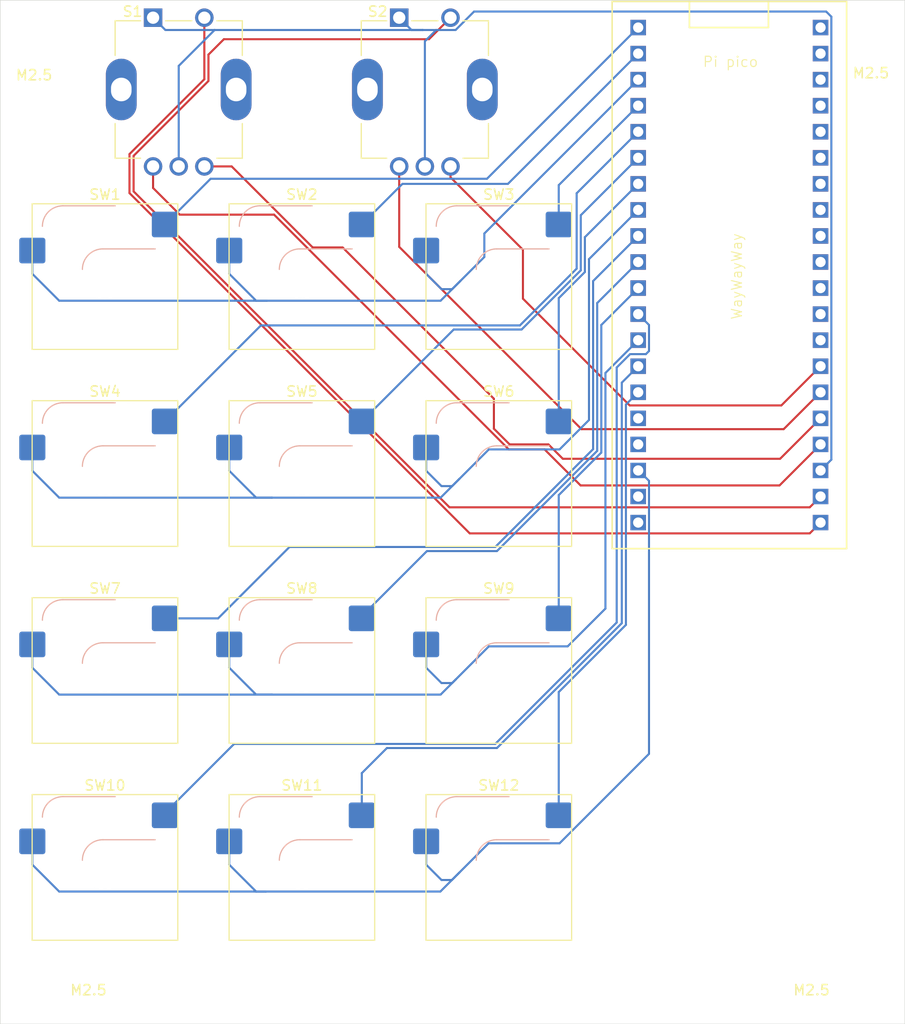
<source format=kicad_pcb>
(kicad_pcb (version 20241229) (generator "pcbnew") (generator_version "9.0")
  (layers (0 "F.Cu" signal) (2 "B.Cu" signal) (13 "F.Paste" user) (15 "B.Paste" user) (5 "F.SilkS" user "F.Silkscreen") (7 "B.SilkS" user "B.Silkscreen") (1 "F.Mask" user) (3 "B.Mask" user) (25 "Edge.Cuts" user))
  (net 0 "")
  (net 1 "EncoderGround")
  (net 2 "EncoderButton1")
  (net 3 "EncoderButton2")
  (net 4 "EncoderChannel1")
  (net 5 "EncoderChannel2")
  (net 6 "EncoderChannel3")
  (net 7 "EncoderChannel4")
  (net 8 "Button12")
  (net 9 "Button11")
  (net 10 "Button9")
  (net 11 "Button8")
  (net 12 "Button7")
  (net 13 "GroundButtonRow3")
  (net 14 "Button6")
  (net 15 "Button5")
  (net 16 "Button4")
  (net 17 "GroundButtonRow2")
  (net 18 "Button3")
  (net 19 "Button2")
  (net 20 "Button1")
  (net 21 "GroundButtonRow1")
  (net 22 "Button10")
  (net 23 "GroundButtonRow4")
  (footprint "MountingHole:MountingHole_2.7mm_M2.5" (layer "F.Cu") (at 218.3 117.7)
    (property "Reference" "M2.5" (at -5.8 0 0) (layer "F.SilkS"))
    (property "Value" "MountingHole_2.7mm_M2.5" (hide yes))
    (pad "" np_thru_hole circle (at 0 0) (size 2.7 2.7) (drill 2.7) (layers "*.Cu" "*.Mask"))
  )
  (footprint "PCM_Switch_Keyboard_Hotswap_Kailh:SW_Hotswap_Kailh_MX_1.00u" (layer "F.Cu") (at 182.01 67.34)
    (property "Reference" "SW6" (at 0 -8 0) (layer "F.SilkS"))
    (property "Value" "CherryMX")
    (fp_line (start -7.1 -7.1) (end -7.1 7.1) (stroke (width 0.12)) (layer "F.SilkS"))
    (fp_line (start -7.1 7.1) (end 7.1 7.1) (stroke (width 0.12)) (layer "F.SilkS"))
    (fp_line (start 7.1 -7.1) (end -7.1 -7.1) (stroke (width 0.12)) (layer "F.SilkS"))
    (fp_line (start 7.1 7.1) (end 7.1 -7.1) (stroke (width 0.12)) (layer "F.SilkS"))
    (fp_line (start -4.1 -6.9) (end 1 -6.9) (stroke (width 0.12)) (layer "B.SilkS"))
    (fp_line (start -0.2 -2.7) (end 4.9 -2.7) (stroke (width 0.12)) (layer "B.SilkS"))
    (fp_arc (start -6.1 -4.9) (mid -5.514214 -6.314214) (end -4.1 -6.9) (stroke (width 0.12)) (layer "B.SilkS"))
    (fp_arc (start -2.2 -0.7) (mid -1.614214 -2.114214) (end -0.2 -2.7) (stroke (width 0.12)) (layer "B.SilkS"))
    (pad "" np_thru_hole circle (at -5.08 0) (size 1.75 1.75) (drill 1.75) (layers "*.Cu" "*.Mask"))
    (pad "" np_thru_hole circle (at -3.81 -2.54) (size 3.05 3.05) (drill 3.05) (layers "*.Cu" "*.Mask"))
    (pad "" np_thru_hole circle (at 0 0) (size 4 4) (drill 4) (layers "*.Cu" "*.Mask"))
    (pad "" np_thru_hole circle (at 2.54 -5.08) (size 3.05 3.05) (drill 3.05) (layers "*.Cu" "*.Mask"))
    (pad "" np_thru_hole circle (at 5.08 0) (size 1.75 1.75) (drill 1.75) (layers "*.Cu" "*.Mask"))
    (pad "1" smd roundrect (at -7.085 -2.54) (size 2.55 2.5) (layers "B.Cu" "B.Mask") (roundrect_rratio 0.1) (net 17 "GroundButtonRow2"))
    (pad "2" smd roundrect (at 5.842 -5.08) (size 2.55 2.5) (layers "B.Cu" "B.Mask") (roundrect_rratio 0.1) (net 14 "Button6"))
  )
  (footprint "PCM_Switch_Keyboard_Hotswap_Kailh:SW_Hotswap_Kailh_MX_1.00u" (layer "F.Cu") (at 143.61 105.74)
    (property "Reference" "SW10" (at 0 -8 0) (layer "F.SilkS"))
    (property "Value" "CherryMX")
    (fp_line (start -7.1 -7.1) (end -7.1 7.1) (stroke (width 0.12)) (layer "F.SilkS"))
    (fp_line (start -7.1 7.1) (end 7.1 7.1) (stroke (width 0.12)) (layer "F.SilkS"))
    (fp_line (start 7.1 -7.1) (end -7.1 -7.1) (stroke (width 0.12)) (layer "F.SilkS"))
    (fp_line (start 7.1 7.1) (end 7.1 -7.1) (stroke (width 0.12)) (layer "F.SilkS"))
    (fp_line (start -4.1 -6.9) (end 1 -6.9) (stroke (width 0.12)) (layer "B.SilkS"))
    (fp_line (start -0.2 -2.7) (end 4.9 -2.7) (stroke (width 0.12)) (layer "B.SilkS"))
    (fp_arc (start -6.1 -4.9) (mid -5.514214 -6.314214) (end -4.1 -6.9) (stroke (width 0.12)) (layer "B.SilkS"))
    (fp_arc (start -2.2 -0.7) (mid -1.614214 -2.114214) (end -0.2 -2.7) (stroke (width 0.12)) (layer "B.SilkS"))
    (pad "" np_thru_hole circle (at -5.08 0) (size 1.75 1.75) (drill 1.75) (layers "*.Cu" "*.Mask"))
    (pad "" np_thru_hole circle (at -3.81 -2.54) (size 3.05 3.05) (drill 3.05) (layers "*.Cu" "*.Mask"))
    (pad "" np_thru_hole circle (at 0 0) (size 4 4) (drill 4) (layers "*.Cu" "*.Mask"))
    (pad "" np_thru_hole circle (at 2.54 -5.08) (size 3.05 3.05) (drill 3.05) (layers "*.Cu" "*.Mask"))
    (pad "" np_thru_hole circle (at 5.08 0) (size 1.75 1.75) (drill 1.75) (layers "*.Cu" "*.Mask"))
    (pad "1" smd roundrect (at -7.085 -2.54) (size 2.55 2.5) (layers "B.Cu" "B.Mask") (roundrect_rratio 0.1) (net 23 "GroundButtonRow4"))
    (pad "2" smd roundrect (at 5.842 -5.08) (size 2.55 2.5) (layers "B.Cu" "B.Mask") (roundrect_rratio 0.1) (net 22 "Button10"))
  )
  (footprint "PCM_Switch_Keyboard_Hotswap_Kailh:SW_Hotswap_Kailh_MX_1.00u" (layer "F.Cu") (at 182.01 86.54)
    (property "Reference" "SW9" (at 0 -8 0) (layer "F.SilkS"))
    (property "Value" "CherryMX")
    (fp_line (start -7.1 -7.1) (end -7.1 7.1) (stroke (width 0.12)) (layer "F.SilkS"))
    (fp_line (start -7.1 7.1) (end 7.1 7.1) (stroke (width 0.12)) (layer "F.SilkS"))
    (fp_line (start 7.1 -7.1) (end -7.1 -7.1) (stroke (width 0.12)) (layer "F.SilkS"))
    (fp_line (start 7.1 7.1) (end 7.1 -7.1) (stroke (width 0.12)) (layer "F.SilkS"))
    (fp_line (start -4.1 -6.9) (end 1 -6.9) (stroke (width 0.12)) (layer "B.SilkS"))
    (fp_line (start -0.2 -2.7) (end 4.9 -2.7) (stroke (width 0.12)) (layer "B.SilkS"))
    (fp_arc (start -6.1 -4.9) (mid -5.514214 -6.314214) (end -4.1 -6.9) (stroke (width 0.12)) (layer "B.SilkS"))
    (fp_arc (start -2.2 -0.7) (mid -1.614214 -2.114214) (end -0.2 -2.7) (stroke (width 0.12)) (layer "B.SilkS"))
    (pad "" np_thru_hole circle (at -5.08 0) (size 1.75 1.75) (drill 1.75) (layers "*.Cu" "*.Mask"))
    (pad "" np_thru_hole circle (at -3.81 -2.54) (size 3.05 3.05) (drill 3.05) (layers "*.Cu" "*.Mask"))
    (pad "" np_thru_hole circle (at 0 0) (size 4 4) (drill 4) (layers "*.Cu" "*.Mask"))
    (pad "" np_thru_hole circle (at 2.54 -5.08) (size 3.05 3.05) (drill 3.05) (layers "*.Cu" "*.Mask"))
    (pad "" np_thru_hole circle (at 5.08 0) (size 1.75 1.75) (drill 1.75) (layers "*.Cu" "*.Mask"))
    (pad "1" smd roundrect (at -7.085 -2.54) (size 2.55 2.5) (layers "B.Cu" "B.Mask") (roundrect_rratio 0.1) (net 13 "GroundButtonRow3"))
    (pad "2" smd roundrect (at 5.842 -5.08) (size 2.55 2.5) (layers "B.Cu" "B.Mask") (roundrect_rratio 0.1) (net 10 "Button9"))
  )
  (footprint "MountingHole:MountingHole_2.7mm_M2.5" (layer "F.Cu") (at 136.7 117.7)
    (property "Reference" "M2.5" (at 5.3 0 0) (layer "F.SilkS"))
    (property "Value" "MountingHole_2.7mm_M2.5" (hide yes))
    (pad "" np_thru_hole circle (at 0 0) (size 2.7 2.7) (drill 2.7) (layers "*.Cu" "*.Mask"))
  )
  (footprint "MountingHole:MountingHole_2.7mm_M2.5" (layer "F.Cu") (at 218.3 24.5)
    (property "Reference" "M2.5" (at 0 3.8 0) (layer "F.SilkS"))
    (property "Value" "MountingHole_2.7mm_M2.5" (hide yes))
    (pad "" np_thru_hole circle (at 0 0) (size 2.7 2.7) (drill 2.7) (layers "*.Cu" "*.Mask"))
  )
  (footprint "PCM_Switch_Keyboard_Hotswap_Kailh:SW_Hotswap_Kailh_MX_1.00u" (layer "F.Cu") (at 162.81 48.14)
    (property "Reference" "SW2" (at 0 -8 0) (layer "F.SilkS"))
    (property "Value" "CherryMX")
    (fp_line (start -7.1 -7.1) (end -7.1 7.1) (stroke (width 0.12)) (layer "F.SilkS"))
    (fp_line (start -7.1 7.1) (end 7.1 7.1) (stroke (width 0.12)) (layer "F.SilkS"))
    (fp_line (start 7.1 -7.1) (end -7.1 -7.1) (stroke (width 0.12)) (layer "F.SilkS"))
    (fp_line (start 7.1 7.1) (end 7.1 -7.1) (stroke (width 0.12)) (layer "F.SilkS"))
    (fp_line (start -4.1 -6.9) (end 1 -6.9) (stroke (width 0.12)) (layer "B.SilkS"))
    (fp_line (start -0.2 -2.7) (end 4.9 -2.7) (stroke (width 0.12)) (layer "B.SilkS"))
    (fp_arc (start -6.1 -4.9) (mid -5.514214 -6.314214) (end -4.1 -6.9) (stroke (width 0.12)) (layer "B.SilkS"))
    (fp_arc (start -2.2 -0.7) (mid -1.614214 -2.114214) (end -0.2 -2.7) (stroke (width 0.12)) (layer "B.SilkS"))
    (pad "" np_thru_hole circle (at -5.08 0) (size 1.75 1.75) (drill 1.75) (layers "*.Cu" "*.Mask"))
    (pad "" np_thru_hole circle (at -3.81 -2.54) (size 3.05 3.05) (drill 3.05) (layers "*.Cu" "*.Mask"))
    (pad "" np_thru_hole circle (at 0 0) (size 4 4) (drill 4) (layers "*.Cu" "*.Mask"))
    (pad "" np_thru_hole circle (at 2.54 -5.08) (size 3.05 3.05) (drill 3.05) (layers "*.Cu" "*.Mask"))
    (pad "" np_thru_hole circle (at 5.08 0) (size 1.75 1.75) (drill 1.75) (layers "*.Cu" "*.Mask"))
    (pad "1" smd roundrect (at -7.085 -2.54) (size 2.55 2.5) (layers "B.Cu" "B.Mask") (roundrect_rratio 0.1) (net 21 "GroundButtonRow1"))
    (pad "2" smd roundrect (at 5.842 -5.08) (size 2.55 2.5) (layers "B.Cu" "B.Mask") (roundrect_rratio 0.1) (net 19 "Button2"))
  )
  (footprint "PCM_Switch_Keyboard_Hotswap_Kailh:SW_Hotswap_Kailh_MX_1.00u" (layer "F.Cu") (at 162.81 86.54)
    (property "Reference" "SW8" (at 0 -8 0) (layer "F.SilkS"))
    (property "Value" "CherryMX")
    (fp_line (start -7.1 -7.1) (end -7.1 7.1) (stroke (width 0.12)) (layer "F.SilkS"))
    (fp_line (start -7.1 7.1) (end 7.1 7.1) (stroke (width 0.12)) (layer "F.SilkS"))
    (fp_line (start 7.1 -7.1) (end -7.1 -7.1) (stroke (width 0.12)) (layer "F.SilkS"))
    (fp_line (start 7.1 7.1) (end 7.1 -7.1) (stroke (width 0.12)) (layer "F.SilkS"))
    (fp_line (start -4.1 -6.9) (end 1 -6.9) (stroke (width 0.12)) (layer "B.SilkS"))
    (fp_line (start -0.2 -2.7) (end 4.9 -2.7) (stroke (width 0.12)) (layer "B.SilkS"))
    (fp_arc (start -6.1 -4.9) (mid -5.514214 -6.314214) (end -4.1 -6.9) (stroke (width 0.12)) (layer "B.SilkS"))
    (fp_arc (start -2.2 -0.7) (mid -1.614214 -2.114214) (end -0.2 -2.7) (stroke (width 0.12)) (layer "B.SilkS"))
    (pad "" np_thru_hole circle (at -5.08 0) (size 1.75 1.75) (drill 1.75) (layers "*.Cu" "*.Mask"))
    (pad "" np_thru_hole circle (at -3.81 -2.54) (size 3.05 3.05) (drill 3.05) (layers "*.Cu" "*.Mask"))
    (pad "" np_thru_hole circle (at 0 0) (size 4 4) (drill 4) (layers "*.Cu" "*.Mask"))
    (pad "" np_thru_hole circle (at 2.54 -5.08) (size 3.05 3.05) (drill 3.05) (layers "*.Cu" "*.Mask"))
    (pad "" np_thru_hole circle (at 5.08 0) (size 1.75 1.75) (drill 1.75) (layers "*.Cu" "*.Mask"))
    (pad "1" smd roundrect (at -7.085 -2.54) (size 2.55 2.5) (layers "B.Cu" "B.Mask") (roundrect_rratio 0.1) (net 13 "GroundButtonRow3"))
    (pad "2" smd roundrect (at 5.842 -5.08) (size 2.55 2.5) (layers "B.Cu" "B.Mask") (roundrect_rratio 0.1) (net 11 "Button8"))
  )
  (footprint "PCM_Switch_Keyboard_Hotswap_Kailh:SW_Hotswap_Kailh_MX_1.00u" (layer "F.Cu") (at 143.61 67.34)
    (property "Reference" "SW4" (at 0 -8 0) (layer "F.SilkS"))
    (property "Value" "CherryMX")
    (fp_line (start -7.1 -7.1) (end -7.1 7.1) (stroke (width 0.12)) (layer "F.SilkS"))
    (fp_line (start -7.1 7.1) (end 7.1 7.1) (stroke (width 0.12)) (layer "F.SilkS"))
    (fp_line (start 7.1 -7.1) (end -7.1 -7.1) (stroke (width 0.12)) (layer "F.SilkS"))
    (fp_line (start 7.1 7.1) (end 7.1 -7.1) (stroke (width 0.12)) (layer "F.SilkS"))
    (fp_line (start -4.1 -6.9) (end 1 -6.9) (stroke (width 0.12)) (layer "B.SilkS"))
    (fp_line (start -0.2 -2.7) (end 4.9 -2.7) (stroke (width 0.12)) (layer "B.SilkS"))
    (fp_arc (start -6.1 -4.9) (mid -5.514214 -6.314214) (end -4.1 -6.9) (stroke (width 0.12)) (layer "B.SilkS"))
    (fp_arc (start -2.2 -0.7) (mid -1.614214 -2.114214) (end -0.2 -2.7) (stroke (width 0.12)) (layer "B.SilkS"))
    (pad "" np_thru_hole circle (at -5.08 0) (size 1.75 1.75) (drill 1.75) (layers "*.Cu" "*.Mask"))
    (pad "" np_thru_hole circle (at -3.81 -2.54) (size 3.05 3.05) (drill 3.05) (layers "*.Cu" "*.Mask"))
    (pad "" np_thru_hole circle (at 0 0) (size 4 4) (drill 4) (layers "*.Cu" "*.Mask"))
    (pad "" np_thru_hole circle (at 2.54 -5.08) (size 3.05 3.05) (drill 3.05) (layers "*.Cu" "*.Mask"))
    (pad "" np_thru_hole circle (at 5.08 0) (size 1.75 1.75) (drill 1.75) (layers "*.Cu" "*.Mask"))
    (pad "1" smd roundrect (at -7.085 -2.54) (size 2.55 2.5) (layers "B.Cu" "B.Mask") (roundrect_rratio 0.1) (net 17 "GroundButtonRow2"))
    (pad "2" smd roundrect (at 5.842 -5.08) (size 2.55 2.5) (layers "B.Cu" "B.Mask") (roundrect_rratio 0.1) (net 16 "Button4"))
  )
  (footprint "Rotary encoder:XDCR_PEC12R-4230F-S0024" (layer "F.Cu") (at 174.8 29.9)
    (property "Reference" "S2" (at -4.6 -7.6 0) (layer "F.SilkS"))
    (property "Value" "PEC12R-4230F-S0024")
    (fp_line (start -6.2 -6.7) (end -3.72 -6.7) (stroke (width 0.127)) (layer "F.SilkS"))
    (fp_line (start -6.2 -3.32) (end -6.2 -6.7) (stroke (width 0.127)) (layer "F.SilkS"))
    (fp_line (start -6.2 6.7) (end -6.2 3.32) (stroke (width 0.127)) (layer "F.SilkS"))
    (fp_line (start -3.72 6.7) (end -6.2 6.7) (stroke (width 0.127)) (layer "F.SilkS"))
    (fp_line (start -1.28 -6.7) (end 1.28 -6.7) (stroke (width 0.127)) (layer "F.SilkS"))
    (fp_line (start 3.72 -6.7) (end 6.2 -6.7) (stroke (width 0.127)) (layer "F.SilkS"))
    (fp_line (start 6.2 -6.7) (end 6.2 -3.32) (stroke (width 0.127)) (layer "F.SilkS"))
    (fp_line (start 6.2 6.7) (end 3.72 6.7) (stroke (width 0.127)) (layer "F.SilkS"))
    (fp_line (start 6.2 6.7) (end 6.2 3.32) (stroke (width 0.127)) (layer "F.SilkS"))
    (pad "1" thru_hole rect (at -2.5 -7) (size 1.8 1.8) (drill 1.2) (layers "*.Cu" "*.Mask") (net 1 "EncoderGround"))
    (pad "2" thru_hole circle (at 2.5 -7) (size 1.8 1.8) (drill 1.2) (layers "*.Cu" "*.Mask") (net 3 "EncoderButton2"))
    (pad "A" thru_hole circle (at -2.5 7.5) (size 1.8 1.8) (drill 1.2) (layers "*.Cu" "*.Mask") (net 6 "EncoderChannel3"))
    (pad "B" thru_hole circle (at 2.5 7.5) (size 1.8 1.8) (drill 1.2) (layers "*.Cu" "*.Mask") (net 7 "EncoderChannel4"))
    (pad "C" thru_hole circle (at 0 7.5) (size 1.8 1.8) (drill 1.2) (layers "*.Cu" "*.Mask") (net 1 "EncoderGround"))
    (pad "SH1" thru_hole oval (at -5.6 0) (size 3 6) (drill oval 2 2.3) (layers "*.Cu" "*.Mask"))
    (pad "SH2" thru_hole oval (at 5.6 0) (size 3 6) (drill oval 2 2.3) (layers "*.Cu" "*.Mask"))
  )
  (footprint "PCM_Switch_Keyboard_Hotswap_Kailh:SW_Hotswap_Kailh_MX_1.00u" (layer "F.Cu") (at 162.81 105.74)
    (property "Reference" "SW11" (at 0 -8 0) (layer "F.SilkS"))
    (property "Value" "CherryMX")
    (fp_line (start -7.1 -7.1) (end -7.1 7.1) (stroke (width 0.12)) (layer "F.SilkS"))
    (fp_line (start -7.1 7.1) (end 7.1 7.1) (stroke (width 0.12)) (layer "F.SilkS"))
    (fp_line (start 7.1 -7.1) (end -7.1 -7.1) (stroke (width 0.12)) (layer "F.SilkS"))
    (fp_line (start 7.1 7.1) (end 7.1 -7.1) (stroke (width 0.12)) (layer "F.SilkS"))
    (fp_line (start -4.1 -6.9) (end 1 -6.9) (stroke (width 0.12)) (layer "B.SilkS"))
    (fp_line (start -0.2 -2.7) (end 4.9 -2.7) (stroke (width 0.12)) (layer "B.SilkS"))
    (fp_arc (start -6.1 -4.9) (mid -5.514214 -6.314214) (end -4.1 -6.9) (stroke (width 0.12)) (layer "B.SilkS"))
    (fp_arc (start -2.2 -0.7) (mid -1.614214 -2.114214) (end -0.2 -2.7) (stroke (width 0.12)) (layer "B.SilkS"))
    (pad "" np_thru_hole circle (at -5.08 0) (size 1.75 1.75) (drill 1.75) (layers "*.Cu" "*.Mask"))
    (pad "" np_thru_hole circle (at -3.81 -2.54) (size 3.05 3.05) (drill 3.05) (layers "*.Cu" "*.Mask"))
    (pad "" np_thru_hole circle (at 0 0) (size 4 4) (drill 4) (layers "*.Cu" "*.Mask"))
    (pad "" np_thru_hole circle (at 2.54 -5.08) (size 3.05 3.05) (drill 3.05) (layers "*.Cu" "*.Mask"))
    (pad "" np_thru_hole circle (at 5.08 0) (size 1.75 1.75) (drill 1.75) (layers "*.Cu" "*.Mask"))
    (pad "1" smd roundrect (at -7.085 -2.54) (size 2.55 2.5) (layers "B.Cu" "B.Mask") (roundrect_rratio 0.1) (net 23 "GroundButtonRow4"))
    (pad "2" smd roundrect (at 5.842 -5.08) (size 2.55 2.5) (layers "B.Cu" "B.Mask") (roundrect_rratio 0.1) (net 9 "Button11"))
  )
  (footprint "PCM_Switch_Keyboard_Hotswap_Kailh:SW_Hotswap_Kailh_MX_1.00u" (layer "F.Cu") (at 162.81 67.34)
    (property "Reference" "SW5" (at 0 -8 0) (layer "F.SilkS"))
    (property "Value" "CherryMX")
    (fp_line (start -7.1 -7.1) (end -7.1 7.1) (stroke (width 0.12)) (layer "F.SilkS"))
    (fp_line (start -7.1 7.1) (end 7.1 7.1) (stroke (width 0.12)) (layer "F.SilkS"))
    (fp_line (start 7.1 -7.1) (end -7.1 -7.1) (stroke (width 0.12)) (layer "F.SilkS"))
    (fp_line (start 7.1 7.1) (end 7.1 -7.1) (stroke (width 0.12)) (layer "F.SilkS"))
    (fp_line (start -4.1 -6.9) (end 1 -6.9) (stroke (width 0.12)) (layer "B.SilkS"))
    (fp_line (start -0.2 -2.7) (end 4.9 -2.7) (stroke (width 0.12)) (layer "B.SilkS"))
    (fp_arc (start -6.1 -4.9) (mid -5.514214 -6.314214) (end -4.1 -6.9) (stroke (width 0.12)) (layer "B.SilkS"))
    (fp_arc (start -2.2 -0.7) (mid -1.614214 -2.114214) (end -0.2 -2.7) (stroke (width 0.12)) (layer "B.SilkS"))
    (pad "" np_thru_hole circle (at -5.08 0) (size 1.75 1.75) (drill 1.75) (layers "*.Cu" "*.Mask"))
    (pad "" np_thru_hole circle (at -3.81 -2.54) (size 3.05 3.05) (drill 3.05) (layers "*.Cu" "*.Mask"))
    (pad "" np_thru_hole circle (at 0 0) (size 4 4) (drill 4) (layers "*.Cu" "*.Mask"))
    (pad "" np_thru_hole circle (at 2.54 -5.08) (size 3.05 3.05) (drill 3.05) (layers "*.Cu" "*.Mask"))
    (pad "" np_thru_hole circle (at 5.08 0) (size 1.75 1.75) (drill 1.75) (layers "*.Cu" "*.Mask"))
    (pad "1" smd roundrect (at -7.085 -2.54) (size 2.55 2.5) (layers "B.Cu" "B.Mask") (roundrect_rratio 0.1) (net 17 "GroundButtonRow2"))
    (pad "2" smd roundrect (at 5.842 -5.08) (size 2.55 2.5) (layers "B.Cu" "B.Mask") (roundrect_rratio 0.1) (net 15 "Button5"))
  )
  (footprint "PCM_Switch_Keyboard_Hotswap_Kailh:SW_Hotswap_Kailh_MX_1.00u" (layer "F.Cu") (at 143.61 86.54)
    (property "Reference" "SW7" (at 0 -8 0) (layer "F.SilkS"))
    (property "Value" "CherryMX")
    (fp_line (start -7.1 -7.1) (end -7.1 7.1) (stroke (width 0.12)) (layer "F.SilkS"))
    (fp_line (start -7.1 7.1) (end 7.1 7.1) (stroke (width 0.12)) (layer "F.SilkS"))
    (fp_line (start 7.1 -7.1) (end -7.1 -7.1) (stroke (width 0.12)) (layer "F.SilkS"))
    (fp_line (start 7.1 7.1) (end 7.1 -7.1) (stroke (width 0.12)) (layer "F.SilkS"))
    (fp_line (start -4.1 -6.9) (end 1 -6.9) (stroke (width 0.12)) (layer "B.SilkS"))
    (fp_line (start -0.2 -2.7) (end 4.9 -2.7) (stroke (width 0.12)) (layer "B.SilkS"))
    (fp_arc (start -6.1 -4.9) (mid -5.514214 -6.314214) (end -4.1 -6.9) (stroke (width 0.12)) (layer "B.SilkS"))
    (fp_arc (start -2.2 -0.7) (mid -1.614214 -2.114214) (end -0.2 -2.7) (stroke (width 0.12)) (layer "B.SilkS"))
    (pad "" np_thru_hole circle (at -5.08 0) (size 1.75 1.75) (drill 1.75) (layers "*.Cu" "*.Mask"))
    (pad "" np_thru_hole circle (at -3.81 -2.54) (size 3.05 3.05) (drill 3.05) (layers "*.Cu" "*.Mask"))
    (pad "" np_thru_hole circle (at 0 0) (size 4 4) (drill 4) (layers "*.Cu" "*.Mask"))
    (pad "" np_thru_hole circle (at 2.54 -5.08) (size 3.05 3.05) (drill 3.05) (layers "*.Cu" "*.Mask"))
    (pad "" np_thru_hole circle (at 5.08 0) (size 1.75 1.75) (drill 1.75) (layers "*.Cu" "*.Mask"))
    (pad "1" smd roundrect (at -7.085 -2.54) (size 2.55 2.5) (layers "B.Cu" "B.Mask") (roundrect_rratio 0.1) (net 13 "GroundButtonRow3"))
    (pad "2" smd roundrect (at 5.842 -5.08) (size 2.55 2.5) (layers "B.Cu" "B.Mask") (roundrect_rratio 0.1) (net 12 "Button7"))
  )
  (footprint "rpi-pico2w-kicad-main:Raspberrypi pico2 THT" (layer "F.Cu") (at 205.38 48)
    (property "Reference" "Pi pico" (at -0.78 -20.8 0) (layer "F.SilkS") (effects (font (thickness 0.1))))
    (property "Value" "~" (hide yes))
    (fp_line (start -12.32 -26.68) (end -12.32 26.66) (stroke (width 0.1524)) (layer "F.SilkS"))
    (fp_line (start -12.32 26.66) (end 10.54 26.66) (stroke (width 0.1524)) (layer "F.SilkS"))
    (fp_line (start -4.78331 -26.68) (end -4.78331 -24.14) (stroke (width 0.1524)) (layer "F.SilkS"))
    (fp_line (start -4.78331 -24.14) (end 2.92 -24.14) (stroke (width 0.1524)) (layer "F.SilkS"))
    (fp_line (start 2.92 -24.14) (end 2.92 -26.68) (stroke (width 0.1524)) (layer "F.SilkS"))
    (fp_line (start 10.54 -26.68) (end -12.32 -26.68) (stroke (width 0.1524)) (layer "F.SilkS"))
    (fp_line (start 10.54 26.66) (end 10.54 -26.68) (stroke (width 0.1524)) (layer "F.SilkS"))
    (pad "3V3" thru_hole rect (at 8 -13.98) (size 1.508 1.508) (drill 1) (layers "*.Cu" "*.Mask"))
    (pad "3V3_EN" thru_hole rect (at 8 -16.52) (size 1.508 1.508) (drill 1) (layers "*.Cu" "*.Mask"))
    (pad "ADC_VREF" thru_hole rect (at 8 -11.44) (size 1.508 1.508) (drill 1) (layers "*.Cu" "*.Mask"))
    (pad "AGND" thru_hole rect (at 8 -6.36) (size 1.508 1.508) (drill 1) (layers "*.Cu" "*.Mask"))
    (pad "GND" thru_hole rect (at -9.78 -19.06) (size 1.508 1.508) (drill 1) (layers "*.Cu" "*.Mask") (net 21 "GroundButtonRow1"))
    (pad "GND" thru_hole rect (at -9.78 -6.36) (size 1.508 1.508) (drill 1) (layers "*.Cu" "*.Mask") (net 17 "GroundButtonRow2"))
    (pad "GND" thru_hole rect (at -9.78 6.34) (size 1.508 1.508) (drill 1) (layers "*.Cu" "*.Mask") (net 13 "GroundButtonRow3"))
    (pad "GND" thru_hole rect (at -9.78 19.04) (size 1.508 1.508) (drill 1) (layers "*.Cu" "*.Mask") (net 23 "GroundButtonRow4"))
    (pad "GND" thru_hole rect (at 8 -19.06) (size 1.508 1.508) (drill 1) (layers "*.Cu" "*.Mask"))
    (pad "GND" thru_hole rect (at 8 6.34) (size 1.508 1.508) (drill 1) (layers "*.Cu" "*.Mask"))
    (pad "GND" thru_hole rect (at 8 19.04) (size 1.508 1.508) (drill 1) (layers "*.Cu" "*.Mask") (net 1 "EncoderGround"))
    (pad "GP0" thru_hole rect (at -9.78 -24.14) (size 1.508 1.508) (drill 1) (layers "*.Cu" "*.Mask") (net 20 "Button1"))
    (pad "GP1" thru_hole rect (at -9.78 -21.6) (size 1.508 1.508) (drill 1) (layers "*.Cu" "*.Mask") (net 19 "Button2"))
    (pad "GP2" thru_hole rect (at -9.78 -16.52) (size 1.508 1.508) (drill 1) (layers "*.Cu" "*.Mask") (net 18 "Button3"))
    (pad "GP3" thru_hole rect (at -9.78 -13.98) (size 1.508 1.508) (drill 1) (layers "*.Cu" "*.Mask") (net 16 "Button4"))
    (pad "GP4" thru_hole rect (at -9.78 -11.44) (size 1.508 1.508) (drill 1) (layers "*.Cu" "*.Mask") (net 15 "Button5"))
    (pad "GP5" thru_hole rect (at -9.78 -8.9) (size 1.508 1.508) (drill 1) (layers "*.Cu" "*.Mask") (net 14 "Button6"))
    (pad "GP6" thru_hole rect (at -9.78 -3.82) (size 1.508 1.508) (drill 1) (layers "*.Cu" "*.Mask") (net 12 "Button7"))
    (pad "GP7" thru_hole rect (at -9.78 -1.28) (size 1.508 1.508) (drill 1) (layers "*.Cu" "*.Mask") (net 11 "Button8"))
    (pad "GP8" thru_hole rect (at -9.78 1.26) (size 1.508 1.508) (drill 1) (layers "*.Cu" "*.Mask") (net 10 "Button9"))
    (pad "GP9" thru_hole rect (at -9.78 3.8) (size 1.508 1.508) (drill 1) (layers "*.Cu" "*.Mask") (net 22 "Button10"))
    (pad "GP10" thru_hole rect (at -9.78 8.88) (size 1.508 1.508) (drill 1) (layers "*.Cu" "*.Mask") (net 9 "Button11"))
    (pad "GP11" thru_hole rect (at -9.78 11.42) (size 1.508 1.508) (drill 1) (layers "*.Cu" "*.Mask") (net 8 "Button12"))
    (pad "GP12" thru_hole rect (at -9.78 13.96) (size 1.508 1.508) (drill 1) (layers "*.Cu" "*.Mask"))
    (pad "GP13" thru_hole rect (at -9.78 16.5) (size 1.508 1.508) (drill 1) (layers "*.Cu" "*.Mask"))
    (pad "GP14" thru_hole rect (at -9.78 21.58) (size 1.508 1.508) (drill 1) (layers "*.Cu" "*.Mask"))
    (pad "GP15" thru_hole rect (at -9.78 24.12) (size 1.508 1.508) (drill 1) (layers "*.Cu" "*.Mask"))
    (pad "GP16" thru_hole rect (at 8 24.12) (size 1.508 1.508) (drill 1) (layers "*.Cu" "*.Mask") (net 2 "EncoderButton1"))
    (pad "GP17" thru_hole rect (at 8 21.58) (size 1.508 1.508) (drill 1) (layers "*.Cu" "*.Mask") (net 3 "EncoderButton2"))
    (pad "GP18" thru_hole rect (at 8 16.5) (size 1.508 1.508) (drill 1) (layers "*.Cu" "*.Mask") (net 4 "EncoderChannel1"))
    (pad "GP19" thru_hole rect (at 8 13.96) (size 1.508 1.508) (drill 1) (layers "*.Cu" "*.Mask") (net 5 "EncoderChannel2"))
    (pad "GP20" thru_hole rect (at 8 11.42) (size 1.508 1.508) (drill 1) (layers "*.Cu" "*.Mask") (net 6 "EncoderChannel3"))
    (pad "GP21" thru_hole rect (at 8 8.88) (size 1.508 1.508) (drill 1) (layers "*.Cu" "*.Mask") (net 7 "EncoderChannel4"))
    (pad "GP22" thru_hole rect (at 8 3.8) (size 1.508 1.508) (drill 1) (layers "*.Cu" "*.Mask"))
    (pad "GP26_A0" thru_hole rect (at 8 -1.28) (size 1.508 1.508) (drill 1) (layers "*.Cu" "*.Mask"))
    (pad "GP27_A1" thru_hole rect (at 8 -3.82) (size 1.508 1.508) (drill 1) (layers "*.Cu" "*.Mask"))
    (pad "GP28_A2" thru_hole rect (at 8 -8.9) (size 1.508 1.508) (drill 1) (layers "*.Cu" "*.Mask"))
    (pad "RUN" thru_hole rect (at 8 1.26) (size 1.508 1.508) (drill 1) (layers "*.Cu" "*.Mask"))
    (pad "VBUS" thru_hole rect (at 8 -24.14) (size 1.508 1.508) (drill 1) (layers "*.Cu" "*.Mask"))
    (pad "VSYS" thru_hole rect (at 8 -21.6) (size 1.508 1.508) (drill 1) (layers "*.Cu" "*.Mask"))
  )
  (footprint "PCM_Switch_Keyboard_Hotswap_Kailh:SW_Hotswap_Kailh_MX_1.00u" (layer "F.Cu") (at 182.01 105.74)
    (property "Reference" "SW12" (at 0 -8 0) (layer "F.SilkS"))
    (property "Value" "CherryMX")
    (fp_line (start -7.1 -7.1) (end -7.1 7.1) (stroke (width 0.12)) (layer "F.SilkS"))
    (fp_line (start -7.1 7.1) (end 7.1 7.1) (stroke (width 0.12)) (layer "F.SilkS"))
    (fp_line (start 7.1 -7.1) (end -7.1 -7.1) (stroke (width 0.12)) (layer "F.SilkS"))
    (fp_line (start 7.1 7.1) (end 7.1 -7.1) (stroke (width 0.12)) (layer "F.SilkS"))
    (fp_line (start -4.1 -6.9) (end 1 -6.9) (stroke (width 0.12)) (layer "B.SilkS"))
    (fp_line (start -0.2 -2.7) (end 4.9 -2.7) (stroke (width 0.12)) (layer "B.SilkS"))
    (fp_arc (start -6.1 -4.9) (mid -5.514214 -6.314214) (end -4.1 -6.9) (stroke (width 0.12)) (layer "B.SilkS"))
    (fp_arc (start -2.2 -0.7) (mid -1.614214 -2.114214) (end -0.2 -2.7) (stroke (width 0.12)) (layer "B.SilkS"))
    (pad "" np_thru_hole circle (at -5.08 0) (size 1.75 1.75) (drill 1.75) (layers "*.Cu" "*.Mask"))
    (pad "" np_thru_hole circle (at -3.81 -2.54) (size 3.05 3.05) (drill 3.05) (layers "*.Cu" "*.Mask"))
    (pad "" np_thru_hole circle (at 0 0) (size 4 4) (drill 4) (layers "*.Cu" "*.Mask"))
    (pad "" np_thru_hole circle (at 2.54 -5.08) (size 3.05 3.05) (drill 3.05) (layers "*.Cu" "*.Mask"))
    (pad "" np_thru_hole circle (at 5.08 0) (size 1.75 1.75) (drill 1.75) (layers "*.Cu" "*.Mask"))
    (pad "1" smd roundrect (at -7.085 -2.54) (size 2.55 2.5) (layers "B.Cu" "B.Mask") (roundrect_rratio 0.1) (net 23 "GroundButtonRow4"))
    (pad "2" smd roundrect (at 5.842 -5.08) (size 2.55 2.5) (layers "B.Cu" "B.Mask") (roundrect_rratio 0.1) (net 8 "Button12"))
  )
  (footprint "MountingHole:MountingHole_2.7mm_M2.5" (layer "F.Cu") (at 136.7 24.5)
    (property "Reference" "M2.5" (at 0 4 0) (layer "F.SilkS"))
    (property "Value" "MountingHole_2.7mm_M2.5" (hide yes))
    (pad "" np_thru_hole circle (at 0 0) (size 2.7 2.7) (drill 2.7) (layers "*.Cu" "*.Mask"))
  )
  (footprint "PCM_Switch_Keyboard_Hotswap_Kailh:SW_Hotswap_Kailh_MX_1.00u" (layer "F.Cu") (at 182.01 48.14)
    (property "Reference" "SW3" (at 0 -8 0) (layer "F.SilkS"))
    (property "Value" "CherryMX")
    (fp_line (start -7.1 -7.1) (end -7.1 7.1) (stroke (width 0.12)) (layer "F.SilkS"))
    (fp_line (start -7.1 7.1) (end 7.1 7.1) (stroke (width 0.12)) (layer "F.SilkS"))
    (fp_line (start 7.1 -7.1) (end -7.1 -7.1) (stroke (width 0.12)) (layer "F.SilkS"))
    (fp_line (start 7.1 7.1) (end 7.1 -7.1) (stroke (width 0.12)) (layer "F.SilkS"))
    (fp_line (start -4.1 -6.9) (end 1 -6.9) (stroke (width 0.12)) (layer "B.SilkS"))
    (fp_line (start -0.2 -2.7) (end 4.9 -2.7) (stroke (width 0.12)) (layer "B.SilkS"))
    (fp_arc (start -6.1 -4.9) (mid -5.514214 -6.314214) (end -4.1 -6.9) (stroke (width 0.12)) (layer "B.SilkS"))
    (fp_arc (start -2.2 -0.7) (mid -1.614214 -2.114214) (end -0.2 -2.7) (stroke (width 0.12)) (layer "B.SilkS"))
    (pad "" np_thru_hole circle (at -5.08 0) (size 1.75 1.75) (drill 1.75) (layers "*.Cu" "*.Mask"))
    (pad "" np_thru_hole circle (at -3.81 -2.54) (size 3.05 3.05) (drill 3.05) (layers "*.Cu" "*.Mask"))
    (pad "" np_thru_hole circle (at 0 0) (size 4 4) (drill 4) (layers "*.Cu" "*.Mask"))
    (pad "" np_thru_hole circle (at 2.54 -5.08) (size 3.05 3.05) (drill 3.05) (layers "*.Cu" "*.Mask"))
    (pad "" np_thru_hole circle (at 5.08 0) (size 1.75 1.75) (drill 1.75) (layers "*.Cu" "*.Mask"))
    (pad "1" smd roundrect (at -7.085 -2.54) (size 2.55 2.5) (layers "B.Cu" "B.Mask") (roundrect_rratio 0.1) (net 21 "GroundButtonRow1"))
    (pad "2" smd roundrect (at 5.842 -5.08) (size 2.55 2.5) (layers "B.Cu" "B.Mask") (roundrect_rratio 0.1) (net 18 "Button3"))
  )
  (footprint "PCM_Switch_Keyboard_Hotswap_Kailh:SW_Hotswap_Kailh_MX_1.00u" (layer "F.Cu") (at 143.61 48.14)
    (property "Reference" "SW1" (at 0 -8 0) (layer "F.SilkS"))
    (property "Value" "CherryMX")
    (fp_line (start -7.1 -7.1) (end -7.1 7.1) (stroke (width 0.12)) (layer "F.SilkS"))
    (fp_line (start -7.1 7.1) (end 7.1 7.1) (stroke (width 0.12)) (layer "F.SilkS"))
    (fp_line (start 7.1 -7.1) (end -7.1 -7.1) (stroke (width 0.12)) (layer "F.SilkS"))
    (fp_line (start 7.1 7.1) (end 7.1 -7.1) (stroke (width 0.12)) (layer "F.SilkS"))
    (fp_line (start -4.1 -6.9) (end 1 -6.9) (stroke (width 0.12)) (layer "B.SilkS"))
    (fp_line (start -0.2 -2.7) (end 4.9 -2.7) (stroke (width 0.12)) (layer "B.SilkS"))
    (fp_arc (start -6.1 -4.9) (mid -5.514214 -6.314214) (end -4.1 -6.9) (stroke (width 0.12)) (layer "B.SilkS"))
    (fp_arc (start -2.2 -0.7) (mid -1.614214 -2.114214) (end -0.2 -2.7) (stroke (width 0.12)) (layer "B.SilkS"))
    (pad "" np_thru_hole circle (at -5.08 0) (size 1.75 1.75) (drill 1.75) (layers "*.Cu" "*.Mask"))
    (pad "" np_thru_hole circle (at -3.81 -2.54) (size 3.05 3.05) (drill 3.05) (layers "*.Cu" "*.Mask"))
    (pad "" np_thru_hole circle (at 0 0) (size 4 4) (drill 4) (layers "*.Cu" "*.Mask"))
    (pad "" np_thru_hole circle (at 2.54 -5.08) (size 3.05 3.05) (drill 3.05) (layers "*.Cu" "*.Mask"))
    (pad "" np_thru_hole circle (at 5.08 0) (size 1.75 1.75) (drill 1.75) (layers "*.Cu" "*.Mask"))
    (pad "1" smd roundrect (at -7.085 -2.54) (size 2.55 2.5) (layers "B.Cu" "B.Mask") (roundrect_rratio 0.1) (net 21 "GroundButtonRow1"))
    (pad "2" smd roundrect (at 5.842 -5.08) (size 2.55 2.5) (layers "B.Cu" "B.Mask") (roundrect_rratio 0.1) (net 20 "Button1"))
  )
  (footprint "Rotary encoder:XDCR_PEC12R-4230F-S0024" (layer "F.Cu") (at 150.8 29.9)
    (property "Reference" "S1" (at -4.5 -7.6 0) (layer "F.SilkS"))
    (property "Value" "PEC12R-4230F-S0024")
    (fp_line (start -6.2 -6.7) (end -3.72 -6.7) (stroke (width 0.127)) (layer "F.SilkS"))
    (fp_line (start -6.2 -3.32) (end -6.2 -6.7) (stroke (width 0.127)) (layer "F.SilkS"))
    (fp_line (start -6.2 6.7) (end -6.2 3.32) (stroke (width 0.127)) (layer "F.SilkS"))
    (fp_line (start -3.72 6.7) (end -6.2 6.7) (stroke (width 0.127)) (layer "F.SilkS"))
    (fp_line (start -1.28 -6.7) (end 1.28 -6.7) (stroke (width 0.127)) (layer "F.SilkS"))
    (fp_line (start 3.72 -6.7) (end 6.2 -6.7) (stroke (width 0.127)) (layer "F.SilkS"))
    (fp_line (start 6.2 -6.7) (end 6.2 -3.32) (stroke (width 0.127)) (layer "F.SilkS"))
    (fp_line (start 6.2 6.7) (end 3.72 6.7) (stroke (width 0.127)) (layer "F.SilkS"))
    (fp_line (start 6.2 6.7) (end 6.2 3.32) (stroke (width 0.127)) (layer "F.SilkS"))
    (pad "1" thru_hole rect (at -2.5 -7) (size 1.8 1.8) (drill 1.2) (layers "*.Cu" "*.Mask") (net 1 "EncoderGround"))
    (pad "2" thru_hole circle (at 2.5 -7) (size 1.8 1.8) (drill 1.2) (layers "*.Cu" "*.Mask") (net 2 "EncoderButton1"))
    (pad "A" thru_hole circle (at -2.5 7.5) (size 1.8 1.8) (drill 1.2) (layers "*.Cu" "*.Mask") (net 4 "EncoderChannel1"))
    (pad "B" thru_hole circle (at 2.5 7.5) (size 1.8 1.8) (drill 1.2) (layers "*.Cu" "*.Mask") (net 5 "EncoderChannel2"))
    (pad "C" thru_hole circle (at 0 7.5) (size 1.8 1.8) (drill 1.2) (layers "*.Cu" "*.Mask") (net 1 "EncoderGround"))
    (pad "SH1" thru_hole oval (at -5.6 0) (size 3 6) (drill oval 2 2.3) (layers "*.Cu" "*.Mask"))
    (pad "SH2" thru_hole oval (at 5.6 0) (size 3 6) (drill oval 2 2.3) (layers "*.Cu" "*.Mask"))
  )
  (gr_rect (start 133.4 21.2) (end 221.6 121) (stroke (width 0.05)) (fill no) (layer "Edge.Cuts"))
  (gr_text "WayWayWay" (at 205.8 52.4 90) (layer "F.SilkS") (effects (font (size 1 1) (thickness 0.1)) (justify left bottom)))
  (segment (start 172.3 22.9) (end 173.501 24.101) (width 0.2) (layer "B.Cu") (net 1))
  (segment (start 177.797471 24.101) (end 175.9 24.101) (width 0.2) (layer "B.Cu") (net 1))
  (segment (start 173.501 24.101) (end 174.6 24.101) (width 0.2) (layer "B.Cu") (net 1))
  (segment (start 154.3 24.101) (end 149.501 24.101) (width 0.2) (layer "B.Cu") (net 1))
  (segment (start 214.435 65.985) (end 214.435 22.805) (width 0.2) (layer "B.Cu") (net 1))
  (segment (start 150.8 27.601) (end 154.3 24.101) (width 0.2) (layer "B.Cu") (net 1))
  (segment (start 213.93 22.3) (end 179.598471 22.3) (width 0.2) (layer "B.Cu") (net 1))
  (segment (start 174.6 24.101) (end 154.3 24.101) (width 0.2) (layer "B.Cu") (net 1))
  (segment (start 179.598471 22.3) (end 177.797471 24.101) (width 0.2) (layer "B.Cu") (net 1))
  (segment (start 213.38 67.04) (end 214.435 65.985) (width 0.2) (layer "B.Cu") (net 1))
  (segment (start 175.9 24.101) (end 174.6 24.101) (width 0.2) (layer "B.Cu") (net 1))
  (segment (start 150.8 37.4) (end 150.8 27.601) (width 0.2) (layer "B.Cu") (net 1))
  (segment (start 149.501 24.101) (end 148.3 22.9) (width 0.2) (layer "B.Cu") (net 1))
  (segment (start 174.8 37.4) (end 174.8 25.201) (width 0.2) (layer "B.Cu") (net 1))
  (segment (start 174.8 25.201) (end 175.9 24.101) (width 0.2) (layer "B.Cu") (net 1))
  (segment (start 214.435 22.805) (end 213.93 22.3) (width 0.2) (layer "B.Cu") (net 1))
  (segment (start 213.38 72.12) (end 212.325 73.175) (width 0.2) (layer "F.Cu") (net 2))
  (segment (start 153.3 28.9) (end 153.3 22.9) (width 0.2) (layer "F.Cu") (net 2))
  (segment (start 146 36.2) (end 153.3 28.9) (width 0.2) (layer "F.Cu") (net 2))
  (segment (start 212.325 73.175) (end 179.175 73.175) (width 0.2) (layer "F.Cu") (net 2))
  (segment (start 179.175 73.175) (end 146 40) (width 0.2) (layer "F.Cu") (net 2))
  (segment (start 146 40) (end 146 36.2) (width 0.2) (layer "F.Cu") (net 2))
  (segment (start 175.2 25) (end 177.3 22.9) (width 0.2) (layer "F.Cu") (net 3))
  (segment (start 153.701 29.0661) (end 153.701 26.5) (width 0.2) (layer "F.Cu") (net 3))
  (segment (start 212.325 70.635) (end 177.2021 70.635) (width 0.2) (layer "F.Cu") (net 3))
  (segment (start 213.38 69.58) (end 212.325 70.635) (width 0.2) (layer "F.Cu") (net 3))
  (segment (start 146.401 39.8339) (end 146.401 36.3661) (width 0.2) (layer "F.Cu") (net 3))
  (segment (start 155.201 25) (end 175.2 25) (width 0.2) (layer "F.Cu") (net 3))
  (segment (start 153.701 26.5) (end 155.201 25) (width 0.2) (layer "F.Cu") (net 3))
  (segment (start 146.401 36.3661) (end 153.701 29.0661) (width 0.2) (layer "F.Cu") (net 3))
  (segment (start 177.2021 70.635) (end 146.401 39.8339) (width 0.2) (layer "F.Cu") (net 3))
  (segment (start 213.38 64.5) (end 209.38 68.5) (width 0.2) (layer "F.Cu") (net 4))
  (segment (start 148.3 39.5) (end 148.3 37.4) (width 0.2) (layer "F.Cu") (net 4))
  (segment (start 150.9 42.1) (end 148.3 39.5) (width 0.2) (layer "F.Cu") (net 4))
  (segment (start 186.472826 64.989) (end 182.983816 64.989) (width 0.2) (layer "F.Cu") (net 4))
  (segment (start 189.983826 68.5) (end 186.472826 64.989) (width 0.2) (layer "F.Cu") (net 4))
  (segment (start 160.094816 42.1) (end 150.9 42.1) (width 0.2) (layer "F.Cu") (net 4))
  (segment (start 182.983816 64.989) (end 160.094816 42.1) (width 0.2) (layer "F.Cu") (net 4))
  (segment (start 209.38 68.5) (end 189.983826 68.5) (width 0.2) (layer "F.Cu") (net 4))
  (segment (start 155.961916 37.4) (end 153.3 37.4) (width 0.2) (layer "F.Cu") (net 5))
  (segment (start 183.061916 64.5) (end 181.530958 62.969042) (width 0.2) (layer "F.Cu") (net 5))
  (segment (start 213.38 61.96) (end 209.44 65.9) (width 0.2) (layer "F.Cu") (net 5))
  (segment (start 163.861916 45.3) (end 155.961916 37.4) (width 0.2) (layer "F.Cu") (net 5))
  (segment (start 186.849074 64.5) (end 183.061916 64.5) (width 0.2) (layer "F.Cu") (net 5))
  (segment (start 166.783826 45.3) (end 163.861916 45.3) (width 0.2) (layer "F.Cu") (net 5))
  (segment (start 181.530958 60.047132) (end 166.783826 45.3) (width 0.2) (layer "F.Cu") (net 5))
  (segment (start 181.530958 62.969042) (end 181.530958 60.047132) (width 0.2) (layer "F.Cu") (net 5))
  (segment (start 209.44 65.9) (end 188.249074 65.9) (width 0.2) (layer "F.Cu") (net 5))
  (segment (start 188.249074 65.9) (end 186.849074 64.5) (width 0.2) (layer "F.Cu") (net 5))
  (segment (start 172.3 45.243826) (end 172.3 37.4) (width 0.2) (layer "F.Cu") (net 6))
  (segment (start 213.38 59.42) (end 209.785 63.015) (width 0.2) (layer "F.Cu") (net 6))
  (segment (start 190.071174 63.015) (end 172.3 45.243826) (width 0.2) (layer "F.Cu") (net 6))
  (segment (start 209.785 63.015) (end 190.071174 63.015) (width 0.2) (layer "F.Cu") (net 6))
  (segment (start 209.56 60.7) (end 194.77 60.7) (width 0.2) (layer "F.Cu") (net 7))
  (segment (start 194.77 60.7) (end 184.361 50.291) (width 0.2) (layer "F.Cu") (net 7))
  (segment (start 177.3 38.463065) (end 177.3 37.4) (width 0.2) (layer "F.Cu") (net 7))
  (segment (start 213.38 56.88) (end 209.56 60.7) (width 0.2) (layer "F.Cu") (net 7))
  (segment (start 184.361 50.291) (end 184.361 45.524065) (width 0.2) (layer "F.Cu") (net 7))
  (segment (start 184.361 45.524065) (end 177.3 38.463065) (width 0.2) (layer "F.Cu") (net 7))
  (segment (start 194.401 82.097026) (end 187.852 88.646026) (width 0.2) (layer "B.Cu") (net 8))
  (segment (start 194.401 60.619) (end 194.401 82.097026) (width 0.2) (layer "B.Cu") (net 8))
  (segment (start 195.6 59.42) (end 194.401 60.619) (width 0.2) (layer "B.Cu") (net 8))
  (segment (start 187.852 88.646026) (end 187.852 100.66) (width 0.2) (layer "B.Cu") (net 8))
  (segment (start 195.6 56.88) (end 194 58.48) (width 0.2) (layer "B.Cu") (net 9))
  (segment (start 171.1 94.101) (end 168.652 96.549) (width 0.2) (layer "B.Cu") (net 9))
  (segment (start 168.652 96.549) (end 168.652 100.66) (width 0.2) (layer "B.Cu") (net 9))
  (segment (start 194 81.930926) (end 181.829926 94.101) (width 0.2) (layer "B.Cu") (net 9))
  (segment (start 181.829926 94.101) (end 171.1 94.101) (width 0.2) (layer "B.Cu") (net 9))
  (segment (start 194 58.48) (end 194 81.930926) (width 0.2) (layer "B.Cu") (net 9))
  (segment (start 192.006 65.292026) (end 187.852 69.446026) (width 0.2) (layer "B.Cu") (net 10))
  (segment (start 195.6 49.26) (end 192.006 52.854) (width 0.2) (layer "B.Cu") (net 10))
  (segment (start 187.852 69.446026) (end 187.852 81.46) (width 0.2) (layer "B.Cu") (net 10))
  (segment (start 192.006 52.854) (end 192.006 65.292026) (width 0.2) (layer "B.Cu") (net 10))
  (segment (start 168.652 81.248) (end 168.652 81.46) (width 0.2) (layer "B.Cu") (net 11))
  (segment (start 195.6 46.72) (end 191.605 50.715) (width 0.2) (layer "B.Cu") (net 11))
  (segment (start 175 74.9) (end 168.652 81.248) (width 0.2) (layer "B.Cu") (net 11))
  (segment (start 181.830926 74.9) (end 175 74.9) (width 0.2) (layer "B.Cu") (net 11))
  (segment (start 191.605 50.715) (end 191.605 65.125926) (width 0.2) (layer "B.Cu") (net 11))
  (segment (start 191.605 65.125926) (end 181.830926 74.9) (width 0.2) (layer "B.Cu") (net 11))
  (segment (start 195.6 44.18) (end 191.204 48.576) (width 0.2) (layer "B.Cu") (net 12))
  (segment (start 191.204 64.959826) (end 181.663826 74.5) (width 0.2) (layer "B.Cu") (net 12))
  (segment (start 154.64 81.46) (end 149.452 81.46) (width 0.2) (layer "B.Cu") (net 12))
  (segment (start 191.204 48.576) (end 191.204 64.959826) (width 0.2) (layer "B.Cu") (net 12))
  (segment (start 181.663826 74.5) (end 161.6 74.5) (width 0.2) (layer "B.Cu") (net 12))
  (segment (start 161.6 74.5) (end 154.64 81.46) (width 0.2) (layer "B.Cu") (net 12))
  (segment (start 174.925 84) (end 174.925 86.268826) (width 0.2) (layer "B.Cu") (net 13))
  (segment (start 192.407 80.504826) (end 188.722826 84.189) (width 0.2) (layer "B.Cu") (net 13))
  (segment (start 176.422174 87.766) (end 177.459184 87.766) (width 0.2) (layer "B.Cu") (net 13))
  (segment (start 139.147174 88.891) (end 136.525 86.268826) (width 0.2) (layer "B.Cu") (net 13))
  (segment (start 195.6 54.34) (end 192.407 57.533) (width 0.2) (layer "B.Cu") (net 13))
  (segment (start 159.9 88.891) (end 139.147174 88.891) (width 0.2) (layer "B.Cu") (net 13))
  (segment (start 177.459184 87.766) (end 177.812592 87.412592) (width 0.2) (layer "B.Cu") (net 13))
  (segment (start 155.725 84) (end 155.725 86.268826) (width 0.2) (layer "B.Cu") (net 13))
  (segment (start 136.525 86.268826) (end 136.525 84) (width 0.2) (layer "B.Cu") (net 13))
  (segment (start 181.036184 84.189) (end 177.812592 87.412592) (width 0.2) (layer "B.Cu") (net 13))
  (segment (start 155.725 86.268826) (end 158.347174 88.891) (width 0.2) (layer "B.Cu") (net 13))
  (segment (start 158.347174 88.891) (end 159.9 88.891) (width 0.2) (layer "B.Cu") (net 13))
  (segment (start 174.925 86.268826) (end 176.422174 87.766) (width 0.2) (layer "B.Cu") (net 13))
  (segment (start 177.812592 87.412592) (end 176.334184 88.891) (width 0.2) (layer "B.Cu") (net 13))
  (segment (start 192.407 57.533) (end 192.407 80.504826) (width 0.2) (layer "B.Cu") (net 13))
  (segment (start 188.722826 84.189) (end 181.036184 84.189) (width 0.2) (layer "B.Cu") (net 13))
  (segment (start 176.334184 88.891) (end 159.9 88.891) (width 0.2) (layer "B.Cu") (net 13))
  (segment (start 190.402 47.696026) (end 187.852 50.246026) (width 0.2) (layer "B.Cu") (net 14))
  (segment (start 187.852 50.246026) (end 187.852 62.26) (width 0.2) (layer "B.Cu") (net 14))
  (segment (start 190.402 44.298) (end 190.402 47.696026) (width 0.2) (layer "B.Cu") (net 14))
  (segment (start 195.6 39.1) (end 190.402 44.298) (width 0.2) (layer "B.Cu") (net 14))
  (segment (start 190.001 42.159) (end 190.001 47.529926) (width 0.2) (layer "B.Cu") (net 15))
  (segment (start 190.001 47.529926) (end 184.230926 53.3) (width 0.2) (layer "B.Cu") (net 15))
  (segment (start 184.230926 53.3) (end 177.612 53.3) (width 0.2) (layer "B.Cu") (net 15))
  (segment (start 195.6 36.56) (end 190.001 42.159) (width 0.2) (layer "B.Cu") (net 15))
  (segment (start 177.612 53.3) (end 168.652 62.26) (width 0.2) (layer "B.Cu") (net 15))
  (segment (start 149.452 62.26) (end 158.812 52.9) (width 0.2) (layer "B.Cu") (net 16))
  (segment (start 189.6 40.02) (end 195.6 34.02) (width 0.2) (layer "B.Cu") (net 16))
  (segment (start 158.812 52.9) (end 184.063826 52.9) (width 0.2) (layer "B.Cu") (net 16))
  (segment (start 189.6 47.363826) (end 189.6 40.02) (width 0.2) (layer "B.Cu") (net 16))
  (segment (start 184.063826 52.9) (end 189.6 47.363826) (width 0.2) (layer "B.Cu") (net 16))
  (segment (start 178.162592 67.862592) (end 176.334184 69.691) (width 0.2) (layer "B.Cu") (net 17))
  (segment (start 155.725 67.068826) (end 158.347174 69.691) (width 0.2) (layer "B.Cu") (net 17))
  (segment (start 155.725 64.8) (end 155.725 67.068826) (width 0.2) (layer "B.Cu") (net 17))
  (segment (start 139.147174 69.691) (end 136.525 67.068826) (width 0.2) (layer "B.Cu") (net 17))
  (segment (start 177.459184 68.566) (end 178.162592 67.862592) (width 0.2) (layer "B.Cu") (net 17))
  (segment (start 158.347174 69.691) (end 159.9 69.691) (width 0.2) (layer "B.Cu") (net 17))
  (segment (start 187.93416 64.989) (end 181.036184 64.989) (width 0.2) (layer "B.Cu") (net 17))
  (segment (start 159.9 69.691) (end 139.147174 69.691) (width 0.2) (layer "B.Cu") (net 17))
  (segment (start 136.525 67.068826) (end 136.525 64.8) (width 0.2) (layer "B.Cu") (net 17))
  (segment (start 181.036184 64.989) (end 178.162592 67.862592) (width 0.2) (layer "B.Cu") (net 17))
  (segment (start 195.6 41.64) (end 190.803 46.437) (width 0.2) (layer "B.Cu") (net 17))
  (segment (start 176.422174 68.566) (end 177.459184 68.566) (width 0.2) (layer "B.Cu") (net 17))
  (segment (start 174.925 64.8) (end 174.925 67.068826) (width 0.2) (layer "B.Cu") (net 17))
  (segment (start 176.334184 69.691) (end 159.9 69.691) (width 0.2) (layer "B.Cu") (net 17))
  (segment (start 190.803 46.437) (end 190.803 62.12016) (width 0.2) (layer "B.Cu") (net 17))
  (segment (start 190.803 62.12016) (end 187.93416 64.989) (width 0.2) (layer "B.Cu") (net 17))
  (segment (start 174.925 67.068826) (end 176.422174 68.566) (width 0.2) (layer "B.Cu") (net 17))
  (segment (start 195.6 31.48) (end 187.852 39.228) (width 0.2) (layer "B.Cu") (net 18))
  (segment (start 187.852 39.228) (end 187.852 43.06) (width 0.2) (layer "B.Cu") (net 18))
  (segment (start 182.9 39.1) (end 172.612 39.1) (width 0.2) (layer "B.Cu") (net 19))
  (segment (start 195.6 26.4) (end 182.9 39.1) (width 0.2) (layer "B.Cu") (net 19))
  (segment (start 172.612 39.1) (end 168.652 43.06) (width 0.2) (layer "B.Cu") (net 19))
  (segment (start 180.859 38.601) (end 153.911 38.601) (width 0.2) (layer "B.Cu") (net 20))
  (segment (start 153.911 38.601) (end 149.452 43.06) (width 0.2) (layer "B.Cu") (net 20))
  (segment (start 195.6 23.86) (end 180.859 38.601) (width 0.2) (layer "B.Cu") (net 20))
  (segment (start 158.347174 50.491) (end 159.4 50.491) (width 0.2) (layer "B.Cu") (net 21))
  (segment (start 177.459184 49.366) (end 178.262592 48.562592) (width 0.2) (layer "B.Cu") (net 21))
  (segment (start 174.925 47.868826) (end 176.422174 49.366) (width 0.2) (layer "B.Cu") (net 21))
  (segment (start 159.4 50.491) (end 139.147174 50.491) (width 0.2) (layer "B.Cu") (net 21))
  (segment (start 155.725 47.868826) (end 158.347174 50.491) (width 0.2) (layer "B.Cu") (net 21))
  (segment (start 180.6 46.225184) (end 178.262592 48.562592) (width 0.2) (layer "B.Cu") (net 21))
  (segment (start 195.6 28.94) (end 180.6 43.94) (width 0.2) (layer "B.Cu") (net 21))
  (segment (start 139.147174 50.491) (end 136.525 47.868826) (width 0.2) (layer "B.Cu") (net 21))
  (segment (start 155.725 45.6) (end 155.725 47.868826) (width 0.2) (layer "B.Cu") (net 21))
  (segment (start 178.262592 48.562592) (end 176.334184 50.491) (width 0.2) (layer "B.Cu") (net 21))
  (segment (start 176.422174 49.366) (end 177.459184 49.366) (width 0.2) (layer "B.Cu") (net 21))
  (segment (start 174.925 45.6) (end 174.925 47.868826) (width 0.2) (layer "B.Cu") (net 21))
  (segment (start 176.334184 50.491) (end 159.4 50.491) (width 0.2) (layer "B.Cu") (net 21))
  (segment (start 180.6 43.94) (end 180.6 46.225184) (width 0.2) (layer "B.Cu") (net 21))
  (segment (start 136.525 47.868826) (end 136.525 45.6) (width 0.2) (layer "B.Cu") (net 21))
  (segment (start 193.50355 81.860276) (end 181.663826 93.7) (width 0.2) (layer "B.Cu") (net 22))
  (segment (start 149.452 100.448) (end 149.452 100.66) (width 0.2) (layer "B.Cu") (net 22))
  (segment (start 193.50355 57.00355) (end 193.50355 81.860276) (width 0.2) (layer "B.Cu") (net 22))
  (segment (start 196.655 52.855) (end 196.655 55.395) (width 0.2) (layer "B.Cu") (net 22))
  (segment (start 194.8071 55.7) (end 193.50355 57.00355) (width 0.2) (layer "B.Cu") (net 22))
  (segment (start 195.6 51.8) (end 196.655 52.855) (width 0.2) (layer "B.Cu") (net 22))
  (segment (start 156.2 93.7) (end 149.452 100.448) (width 0.2) (layer "B.Cu") (net 22))
  (segment (start 181.663826 93.7) (end 156.2 93.7) (width 0.2) (layer "B.Cu") (net 22))
  (segment (start 196.655 55.395) (end 196.35 55.7) (width 0.2) (layer "B.Cu") (net 22))
  (segment (start 194.8071 55.7) (end 196.35 55.7) (width 0.2) (layer "B.Cu") (net 22))
  (segment (start 155.725 103.2) (end 155.725 105.468826) (width 0.2) (layer "B.Cu") (net 23))
  (segment (start 177.437826 106.966) (end 178.151913 106.251913) (width 0.2) (layer "B.Cu") (net 23))
  (segment (start 136.525 105.468826) (end 136.525 103.2) (width 0.2) (layer "B.Cu") (net 23))
  (segment (start 181.014826 103.389) (end 178.151913 106.251913) (width 0.2) (layer "B.Cu") (net 23))
  (segment (start 174.925 103.2) (end 174.925 105.468826) (width 0.2) (layer "B.Cu") (net 23))
  (segment (start 176.312826 108.091) (end 159.3 108.091) (width 0.2) (layer "B.Cu") (net 23))
  (segment (start 158.347174 108.091) (end 159.3 108.091) (width 0.2) (layer "B.Cu") (net 23))
  (segment (start 195.6 67.04) (end 195.64 67.04) (width 0.2) (layer "B.Cu") (net 23))
  (segment (start 178.151913 106.251913) (end 176.312826 108.091) (width 0.2) (layer "B.Cu") (net 23))
  (segment (start 176.422174 106.966) (end 177.437826 106.966) (width 0.2) (layer "B.Cu") (net 23))
  (segment (start 195.64 67.04) (end 196.655 68.055) (width 0.2) (layer "B.Cu") (net 23))
  (segment (start 174.925 105.468826) (end 176.422174 106.966) (width 0.2) (layer "B.Cu") (net 23))
  (segment (start 155.725 105.468826) (end 158.347174 108.091) (width 0.2) (layer "B.Cu") (net 23))
  (segment (start 139.147174 108.091) (end 136.525 105.468826) (width 0.2) (layer "B.Cu") (net 23))
  (segment (start 196.655 94.66816) (end 187.93416 103.389) (width 0.2) (layer "B.Cu") (net 23))
  (segment (start 187.93416 103.389) (end 181.014826 103.389) (width 0.2) (layer "B.Cu") (net 23))
  (segment (start 159.3 108.091) (end 139.147174 108.091) (width 0.2) (layer "B.Cu") (net 23))
  (segment (start 196.655 68.055) (end 196.655 94.66816) (width 0.2) (layer "B.Cu") (net 23))
)
</source>
